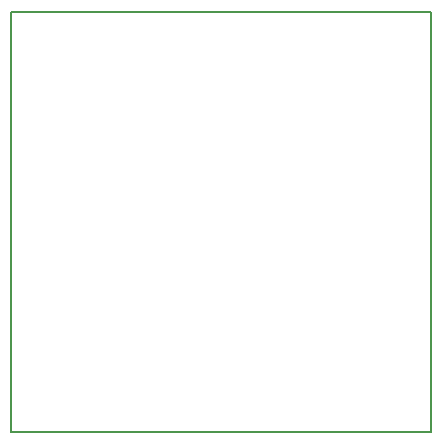
<source format=gbr>
G04 #@! TF.GenerationSoftware,KiCad,Pcbnew,5.0.2-bee76a0~70~ubuntu18.04.1*
G04 #@! TF.CreationDate,2019-11-04T11:53:34-05:00*
G04 #@! TF.ProjectId,socket,736f636b-6574-42e6-9b69-6361645f7063,rev?*
G04 #@! TF.SameCoordinates,Original*
G04 #@! TF.FileFunction,Profile,NP*
%FSLAX46Y46*%
G04 Gerber Fmt 4.6, Leading zero omitted, Abs format (unit mm)*
G04 Created by KiCad (PCBNEW 5.0.2-bee76a0~70~ubuntu18.04.1) date Mon 04 Nov 2019 11:53:34 AM EST*
%MOMM*%
%LPD*%
G01*
G04 APERTURE LIST*
%ADD10C,0.150000*%
G04 APERTURE END LIST*
D10*
X27940000Y-127000000D02*
X27940000Y-91440000D01*
X63500000Y-127000000D02*
X27940000Y-127000000D01*
X63500000Y-91440000D02*
X63500000Y-127000000D01*
X27940000Y-91440000D02*
X63500000Y-91440000D01*
M02*

</source>
